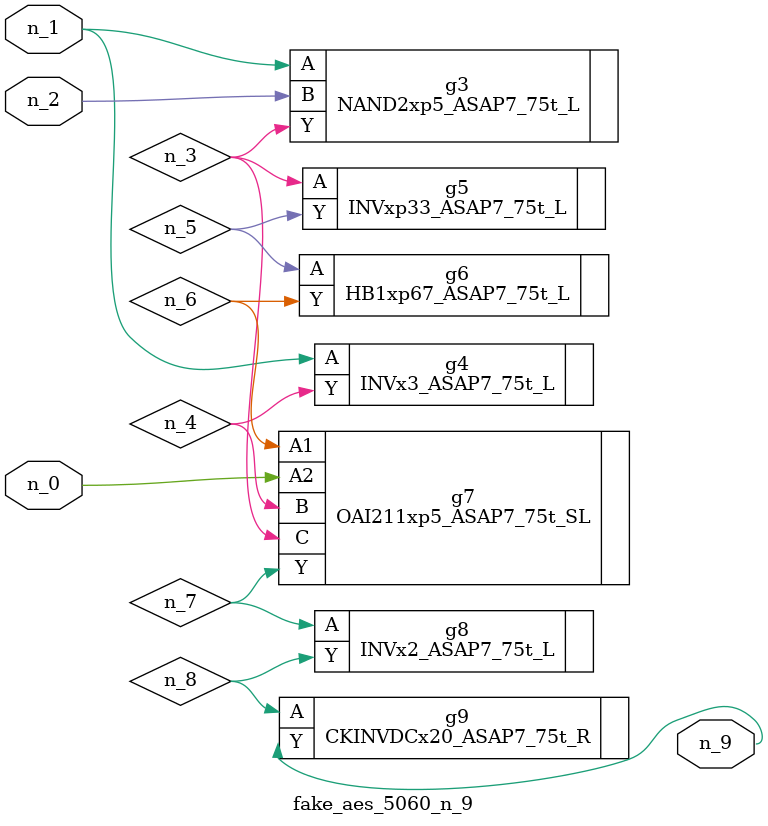
<source format=v>
module fake_aes_5060_n_9 (n_1, n_2, n_0, n_9);
input n_1;
input n_2;
input n_0;
output n_9;
wire n_6;
wire n_4;
wire n_3;
wire n_5;
wire n_7;
wire n_8;
NAND2xp5_ASAP7_75t_L g3 ( .A(n_1), .B(n_2), .Y(n_3) );
INVx3_ASAP7_75t_L g4 ( .A(n_1), .Y(n_4) );
INVxp33_ASAP7_75t_L g5 ( .A(n_3), .Y(n_5) );
HB1xp67_ASAP7_75t_L g6 ( .A(n_5), .Y(n_6) );
OAI211xp5_ASAP7_75t_SL g7 ( .A1(n_6), .A2(n_0), .B(n_4), .C(n_3), .Y(n_7) );
INVx2_ASAP7_75t_L g8 ( .A(n_7), .Y(n_8) );
CKINVDCx20_ASAP7_75t_R g9 ( .A(n_8), .Y(n_9) );
endmodule
</source>
